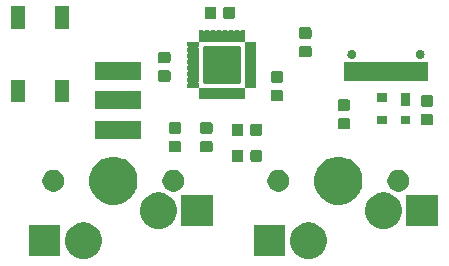
<source format=gbs>
G04 #@! TF.GenerationSoftware,KiCad,Pcbnew,(5.1.5)-3*
G04 #@! TF.CreationDate,2020-04-15T21:27:14-04:00*
G04 #@! TF.ProjectId,binarykb,62696e61-7279-46b6-922e-6b696361645f,rev?*
G04 #@! TF.SameCoordinates,Original*
G04 #@! TF.FileFunction,Soldermask,Bot*
G04 #@! TF.FilePolarity,Negative*
%FSLAX46Y46*%
G04 Gerber Fmt 4.6, Leading zero omitted, Abs format (unit mm)*
G04 Created by KiCad (PCBNEW (5.1.5)-3) date 2020-04-15 21:27:14*
%MOMM*%
%LPD*%
G04 APERTURE LIST*
%ADD10C,0.100000*%
G04 APERTURE END LIST*
D10*
G36*
X68374585Y-136146802D02*
G01*
X68524410Y-136176604D01*
X68806674Y-136293521D01*
X69060705Y-136463259D01*
X69276741Y-136679295D01*
X69446479Y-136933326D01*
X69563396Y-137215590D01*
X69623000Y-137515240D01*
X69623000Y-137820760D01*
X69563396Y-138120410D01*
X69446479Y-138402674D01*
X69276741Y-138656705D01*
X69060705Y-138872741D01*
X68806674Y-139042479D01*
X68524410Y-139159396D01*
X68374585Y-139189198D01*
X68224761Y-139219000D01*
X67919239Y-139219000D01*
X67769415Y-139189198D01*
X67619590Y-139159396D01*
X67337326Y-139042479D01*
X67083295Y-138872741D01*
X66867259Y-138656705D01*
X66697521Y-138402674D01*
X66580604Y-138120410D01*
X66521000Y-137820760D01*
X66521000Y-137515240D01*
X66580604Y-137215590D01*
X66697521Y-136933326D01*
X66867259Y-136679295D01*
X67083295Y-136463259D01*
X67337326Y-136293521D01*
X67619590Y-136176604D01*
X67769415Y-136146802D01*
X67919239Y-136117000D01*
X68224761Y-136117000D01*
X68374585Y-136146802D01*
G37*
G36*
X49324585Y-136146802D02*
G01*
X49474410Y-136176604D01*
X49756674Y-136293521D01*
X50010705Y-136463259D01*
X50226741Y-136679295D01*
X50396479Y-136933326D01*
X50513396Y-137215590D01*
X50573000Y-137515240D01*
X50573000Y-137820760D01*
X50513396Y-138120410D01*
X50396479Y-138402674D01*
X50226741Y-138656705D01*
X50010705Y-138872741D01*
X49756674Y-139042479D01*
X49474410Y-139159396D01*
X49324585Y-139189198D01*
X49174761Y-139219000D01*
X48869239Y-139219000D01*
X48719415Y-139189198D01*
X48569590Y-139159396D01*
X48287326Y-139042479D01*
X48033295Y-138872741D01*
X47817259Y-138656705D01*
X47647521Y-138402674D01*
X47530604Y-138120410D01*
X47471000Y-137820760D01*
X47471000Y-137515240D01*
X47530604Y-137215590D01*
X47647521Y-136933326D01*
X47817259Y-136679295D01*
X48033295Y-136463259D01*
X48287326Y-136293521D01*
X48569590Y-136176604D01*
X48719415Y-136146802D01*
X48869239Y-136117000D01*
X49174761Y-136117000D01*
X49324585Y-136146802D01*
G37*
G36*
X66096000Y-138969000D02*
G01*
X63444000Y-138969000D01*
X63444000Y-136367000D01*
X66096000Y-136367000D01*
X66096000Y-138969000D01*
G37*
G36*
X47046000Y-138969000D02*
G01*
X44394000Y-138969000D01*
X44394000Y-136367000D01*
X47046000Y-136367000D01*
X47046000Y-138969000D01*
G37*
G36*
X55674585Y-133606802D02*
G01*
X55824410Y-133636604D01*
X56106674Y-133753521D01*
X56360705Y-133923259D01*
X56576741Y-134139295D01*
X56746479Y-134393326D01*
X56863396Y-134675590D01*
X56923000Y-134975240D01*
X56923000Y-135280760D01*
X56863396Y-135580410D01*
X56746479Y-135862674D01*
X56576741Y-136116705D01*
X56360705Y-136332741D01*
X56106674Y-136502479D01*
X55824410Y-136619396D01*
X55674585Y-136649198D01*
X55524761Y-136679000D01*
X55219239Y-136679000D01*
X55069415Y-136649198D01*
X54919590Y-136619396D01*
X54637326Y-136502479D01*
X54383295Y-136332741D01*
X54167259Y-136116705D01*
X53997521Y-135862674D01*
X53880604Y-135580410D01*
X53821000Y-135280760D01*
X53821000Y-134975240D01*
X53880604Y-134675590D01*
X53997521Y-134393326D01*
X54167259Y-134139295D01*
X54383295Y-133923259D01*
X54637326Y-133753521D01*
X54919590Y-133636604D01*
X55069415Y-133606802D01*
X55219239Y-133577000D01*
X55524761Y-133577000D01*
X55674585Y-133606802D01*
G37*
G36*
X74724585Y-133606802D02*
G01*
X74874410Y-133636604D01*
X75156674Y-133753521D01*
X75410705Y-133923259D01*
X75626741Y-134139295D01*
X75796479Y-134393326D01*
X75913396Y-134675590D01*
X75973000Y-134975240D01*
X75973000Y-135280760D01*
X75913396Y-135580410D01*
X75796479Y-135862674D01*
X75626741Y-136116705D01*
X75410705Y-136332741D01*
X75156674Y-136502479D01*
X74874410Y-136619396D01*
X74724585Y-136649198D01*
X74574761Y-136679000D01*
X74269239Y-136679000D01*
X74119415Y-136649198D01*
X73969590Y-136619396D01*
X73687326Y-136502479D01*
X73433295Y-136332741D01*
X73217259Y-136116705D01*
X73047521Y-135862674D01*
X72930604Y-135580410D01*
X72871000Y-135280760D01*
X72871000Y-134975240D01*
X72930604Y-134675590D01*
X73047521Y-134393326D01*
X73217259Y-134139295D01*
X73433295Y-133923259D01*
X73687326Y-133753521D01*
X73969590Y-133636604D01*
X74119415Y-133606802D01*
X74269239Y-133577000D01*
X74574761Y-133577000D01*
X74724585Y-133606802D01*
G37*
G36*
X59973000Y-136429000D02*
G01*
X57321000Y-136429000D01*
X57321000Y-133827000D01*
X59973000Y-133827000D01*
X59973000Y-136429000D01*
G37*
G36*
X79023000Y-136429000D02*
G01*
X76371000Y-136429000D01*
X76371000Y-133827000D01*
X79023000Y-133827000D01*
X79023000Y-136429000D01*
G37*
G36*
X52158474Y-130621684D02*
G01*
X52376474Y-130711983D01*
X52530623Y-130775833D01*
X52865548Y-130999623D01*
X53150377Y-131284452D01*
X53374167Y-131619377D01*
X53406562Y-131697586D01*
X53528316Y-131991526D01*
X53606900Y-132386594D01*
X53606900Y-132789406D01*
X53528316Y-133184474D01*
X53477451Y-133307272D01*
X53374167Y-133556623D01*
X53150377Y-133891548D01*
X52865548Y-134176377D01*
X52530623Y-134400167D01*
X52376474Y-134464017D01*
X52158474Y-134554316D01*
X51763406Y-134632900D01*
X51360594Y-134632900D01*
X50965526Y-134554316D01*
X50747526Y-134464017D01*
X50593377Y-134400167D01*
X50258452Y-134176377D01*
X49973623Y-133891548D01*
X49749833Y-133556623D01*
X49646549Y-133307272D01*
X49595684Y-133184474D01*
X49517100Y-132789406D01*
X49517100Y-132386594D01*
X49595684Y-131991526D01*
X49717438Y-131697586D01*
X49749833Y-131619377D01*
X49973623Y-131284452D01*
X50258452Y-130999623D01*
X50593377Y-130775833D01*
X50747526Y-130711983D01*
X50965526Y-130621684D01*
X51360594Y-130543100D01*
X51763406Y-130543100D01*
X52158474Y-130621684D01*
G37*
G36*
X71208474Y-130621684D02*
G01*
X71426474Y-130711983D01*
X71580623Y-130775833D01*
X71915548Y-130999623D01*
X72200377Y-131284452D01*
X72424167Y-131619377D01*
X72456562Y-131697586D01*
X72578316Y-131991526D01*
X72656900Y-132386594D01*
X72656900Y-132789406D01*
X72578316Y-133184474D01*
X72527451Y-133307272D01*
X72424167Y-133556623D01*
X72200377Y-133891548D01*
X71915548Y-134176377D01*
X71580623Y-134400167D01*
X71426474Y-134464017D01*
X71208474Y-134554316D01*
X70813406Y-134632900D01*
X70410594Y-134632900D01*
X70015526Y-134554316D01*
X69797526Y-134464017D01*
X69643377Y-134400167D01*
X69308452Y-134176377D01*
X69023623Y-133891548D01*
X68799833Y-133556623D01*
X68696549Y-133307272D01*
X68645684Y-133184474D01*
X68567100Y-132789406D01*
X68567100Y-132386594D01*
X68645684Y-131991526D01*
X68767438Y-131697586D01*
X68799833Y-131619377D01*
X69023623Y-131284452D01*
X69308452Y-130999623D01*
X69643377Y-130775833D01*
X69797526Y-130711983D01*
X70015526Y-130621684D01*
X70410594Y-130543100D01*
X70813406Y-130543100D01*
X71208474Y-130621684D01*
G37*
G36*
X56912104Y-131697585D02*
G01*
X57080626Y-131767389D01*
X57232291Y-131868728D01*
X57361272Y-131997709D01*
X57462611Y-132149374D01*
X57532415Y-132317896D01*
X57568000Y-132496797D01*
X57568000Y-132679203D01*
X57532415Y-132858104D01*
X57462611Y-133026626D01*
X57361272Y-133178291D01*
X57232291Y-133307272D01*
X57080626Y-133408611D01*
X56912104Y-133478415D01*
X56733203Y-133514000D01*
X56550797Y-133514000D01*
X56371896Y-133478415D01*
X56203374Y-133408611D01*
X56051709Y-133307272D01*
X55922728Y-133178291D01*
X55821389Y-133026626D01*
X55751585Y-132858104D01*
X55716000Y-132679203D01*
X55716000Y-132496797D01*
X55751585Y-132317896D01*
X55821389Y-132149374D01*
X55922728Y-131997709D01*
X56051709Y-131868728D01*
X56203374Y-131767389D01*
X56371896Y-131697585D01*
X56550797Y-131662000D01*
X56733203Y-131662000D01*
X56912104Y-131697585D01*
G37*
G36*
X46752104Y-131697585D02*
G01*
X46920626Y-131767389D01*
X47072291Y-131868728D01*
X47201272Y-131997709D01*
X47302611Y-132149374D01*
X47372415Y-132317896D01*
X47408000Y-132496797D01*
X47408000Y-132679203D01*
X47372415Y-132858104D01*
X47302611Y-133026626D01*
X47201272Y-133178291D01*
X47072291Y-133307272D01*
X46920626Y-133408611D01*
X46752104Y-133478415D01*
X46573203Y-133514000D01*
X46390797Y-133514000D01*
X46211896Y-133478415D01*
X46043374Y-133408611D01*
X45891709Y-133307272D01*
X45762728Y-133178291D01*
X45661389Y-133026626D01*
X45591585Y-132858104D01*
X45556000Y-132679203D01*
X45556000Y-132496797D01*
X45591585Y-132317896D01*
X45661389Y-132149374D01*
X45762728Y-131997709D01*
X45891709Y-131868728D01*
X46043374Y-131767389D01*
X46211896Y-131697585D01*
X46390797Y-131662000D01*
X46573203Y-131662000D01*
X46752104Y-131697585D01*
G37*
G36*
X65802104Y-131697585D02*
G01*
X65970626Y-131767389D01*
X66122291Y-131868728D01*
X66251272Y-131997709D01*
X66352611Y-132149374D01*
X66422415Y-132317896D01*
X66458000Y-132496797D01*
X66458000Y-132679203D01*
X66422415Y-132858104D01*
X66352611Y-133026626D01*
X66251272Y-133178291D01*
X66122291Y-133307272D01*
X65970626Y-133408611D01*
X65802104Y-133478415D01*
X65623203Y-133514000D01*
X65440797Y-133514000D01*
X65261896Y-133478415D01*
X65093374Y-133408611D01*
X64941709Y-133307272D01*
X64812728Y-133178291D01*
X64711389Y-133026626D01*
X64641585Y-132858104D01*
X64606000Y-132679203D01*
X64606000Y-132496797D01*
X64641585Y-132317896D01*
X64711389Y-132149374D01*
X64812728Y-131997709D01*
X64941709Y-131868728D01*
X65093374Y-131767389D01*
X65261896Y-131697585D01*
X65440797Y-131662000D01*
X65623203Y-131662000D01*
X65802104Y-131697585D01*
G37*
G36*
X75962104Y-131697585D02*
G01*
X76130626Y-131767389D01*
X76282291Y-131868728D01*
X76411272Y-131997709D01*
X76512611Y-132149374D01*
X76582415Y-132317896D01*
X76618000Y-132496797D01*
X76618000Y-132679203D01*
X76582415Y-132858104D01*
X76512611Y-133026626D01*
X76411272Y-133178291D01*
X76282291Y-133307272D01*
X76130626Y-133408611D01*
X75962104Y-133478415D01*
X75783203Y-133514000D01*
X75600797Y-133514000D01*
X75421896Y-133478415D01*
X75253374Y-133408611D01*
X75101709Y-133307272D01*
X74972728Y-133178291D01*
X74871389Y-133026626D01*
X74801585Y-132858104D01*
X74766000Y-132679203D01*
X74766000Y-132496797D01*
X74801585Y-132317896D01*
X74871389Y-132149374D01*
X74972728Y-131997709D01*
X75101709Y-131868728D01*
X75253374Y-131767389D01*
X75421896Y-131697585D01*
X75600797Y-131662000D01*
X75783203Y-131662000D01*
X75962104Y-131697585D01*
G37*
G36*
X62427591Y-129951085D02*
G01*
X62461569Y-129961393D01*
X62492890Y-129978134D01*
X62520339Y-130000661D01*
X62542866Y-130028110D01*
X62559607Y-130059431D01*
X62569915Y-130093409D01*
X62574000Y-130134890D01*
X62574000Y-130811110D01*
X62569915Y-130852591D01*
X62559607Y-130886569D01*
X62542866Y-130917890D01*
X62520339Y-130945339D01*
X62492890Y-130967866D01*
X62461569Y-130984607D01*
X62427591Y-130994915D01*
X62386110Y-130999000D01*
X61784890Y-130999000D01*
X61743409Y-130994915D01*
X61709431Y-130984607D01*
X61678110Y-130967866D01*
X61650661Y-130945339D01*
X61628134Y-130917890D01*
X61611393Y-130886569D01*
X61601085Y-130852591D01*
X61597000Y-130811110D01*
X61597000Y-130134890D01*
X61601085Y-130093409D01*
X61611393Y-130059431D01*
X61628134Y-130028110D01*
X61650661Y-130000661D01*
X61678110Y-129978134D01*
X61709431Y-129961393D01*
X61743409Y-129951085D01*
X61784890Y-129947000D01*
X62386110Y-129947000D01*
X62427591Y-129951085D01*
G37*
G36*
X64002591Y-129951085D02*
G01*
X64036569Y-129961393D01*
X64067890Y-129978134D01*
X64095339Y-130000661D01*
X64117866Y-130028110D01*
X64134607Y-130059431D01*
X64144915Y-130093409D01*
X64149000Y-130134890D01*
X64149000Y-130811110D01*
X64144915Y-130852591D01*
X64134607Y-130886569D01*
X64117866Y-130917890D01*
X64095339Y-130945339D01*
X64067890Y-130967866D01*
X64036569Y-130984607D01*
X64002591Y-130994915D01*
X63961110Y-130999000D01*
X63359890Y-130999000D01*
X63318409Y-130994915D01*
X63284431Y-130984607D01*
X63253110Y-130967866D01*
X63225661Y-130945339D01*
X63203134Y-130917890D01*
X63186393Y-130886569D01*
X63176085Y-130852591D01*
X63172000Y-130811110D01*
X63172000Y-130134890D01*
X63176085Y-130093409D01*
X63186393Y-130059431D01*
X63203134Y-130028110D01*
X63225661Y-130000661D01*
X63253110Y-129978134D01*
X63284431Y-129961393D01*
X63318409Y-129951085D01*
X63359890Y-129947000D01*
X63961110Y-129947000D01*
X64002591Y-129951085D01*
G37*
G36*
X57152591Y-129208085D02*
G01*
X57186569Y-129218393D01*
X57217890Y-129235134D01*
X57245339Y-129257661D01*
X57267866Y-129285110D01*
X57284607Y-129316431D01*
X57294915Y-129350409D01*
X57299000Y-129391890D01*
X57299000Y-129993110D01*
X57294915Y-130034591D01*
X57284607Y-130068569D01*
X57267866Y-130099890D01*
X57245339Y-130127339D01*
X57217890Y-130149866D01*
X57186569Y-130166607D01*
X57152591Y-130176915D01*
X57111110Y-130181000D01*
X56434890Y-130181000D01*
X56393409Y-130176915D01*
X56359431Y-130166607D01*
X56328110Y-130149866D01*
X56300661Y-130127339D01*
X56278134Y-130099890D01*
X56261393Y-130068569D01*
X56251085Y-130034591D01*
X56247000Y-129993110D01*
X56247000Y-129391890D01*
X56251085Y-129350409D01*
X56261393Y-129316431D01*
X56278134Y-129285110D01*
X56300661Y-129257661D01*
X56328110Y-129235134D01*
X56359431Y-129218393D01*
X56393409Y-129208085D01*
X56434890Y-129204000D01*
X57111110Y-129204000D01*
X57152591Y-129208085D01*
G37*
G36*
X59815591Y-129208085D02*
G01*
X59849569Y-129218393D01*
X59880890Y-129235134D01*
X59908339Y-129257661D01*
X59930866Y-129285110D01*
X59947607Y-129316431D01*
X59957915Y-129350409D01*
X59962000Y-129391890D01*
X59962000Y-129993110D01*
X59957915Y-130034591D01*
X59947607Y-130068569D01*
X59930866Y-130099890D01*
X59908339Y-130127339D01*
X59880890Y-130149866D01*
X59849569Y-130166607D01*
X59815591Y-130176915D01*
X59774110Y-130181000D01*
X59097890Y-130181000D01*
X59056409Y-130176915D01*
X59022431Y-130166607D01*
X58991110Y-130149866D01*
X58963661Y-130127339D01*
X58941134Y-130099890D01*
X58924393Y-130068569D01*
X58914085Y-130034591D01*
X58910000Y-129993110D01*
X58910000Y-129391890D01*
X58914085Y-129350409D01*
X58924393Y-129316431D01*
X58941134Y-129285110D01*
X58963661Y-129257661D01*
X58991110Y-129235134D01*
X59022431Y-129218393D01*
X59056409Y-129208085D01*
X59097890Y-129204000D01*
X59774110Y-129204000D01*
X59815591Y-129208085D01*
G37*
G36*
X53924000Y-129024000D02*
G01*
X50022000Y-129024000D01*
X50022000Y-127522000D01*
X53924000Y-127522000D01*
X53924000Y-129024000D01*
G37*
G36*
X63994591Y-127748085D02*
G01*
X64028569Y-127758393D01*
X64059890Y-127775134D01*
X64087339Y-127797661D01*
X64109866Y-127825110D01*
X64126607Y-127856431D01*
X64136915Y-127890409D01*
X64141000Y-127931890D01*
X64141000Y-128608110D01*
X64136915Y-128649591D01*
X64126607Y-128683569D01*
X64109866Y-128714890D01*
X64087339Y-128742339D01*
X64059890Y-128764866D01*
X64028569Y-128781607D01*
X63994591Y-128791915D01*
X63953110Y-128796000D01*
X63351890Y-128796000D01*
X63310409Y-128791915D01*
X63276431Y-128781607D01*
X63245110Y-128764866D01*
X63217661Y-128742339D01*
X63195134Y-128714890D01*
X63178393Y-128683569D01*
X63168085Y-128649591D01*
X63164000Y-128608110D01*
X63164000Y-127931890D01*
X63168085Y-127890409D01*
X63178393Y-127856431D01*
X63195134Y-127825110D01*
X63217661Y-127797661D01*
X63245110Y-127775134D01*
X63276431Y-127758393D01*
X63310409Y-127748085D01*
X63351890Y-127744000D01*
X63953110Y-127744000D01*
X63994591Y-127748085D01*
G37*
G36*
X62419591Y-127748085D02*
G01*
X62453569Y-127758393D01*
X62484890Y-127775134D01*
X62512339Y-127797661D01*
X62534866Y-127825110D01*
X62551607Y-127856431D01*
X62561915Y-127890409D01*
X62566000Y-127931890D01*
X62566000Y-128608110D01*
X62561915Y-128649591D01*
X62551607Y-128683569D01*
X62534866Y-128714890D01*
X62512339Y-128742339D01*
X62484890Y-128764866D01*
X62453569Y-128781607D01*
X62419591Y-128791915D01*
X62378110Y-128796000D01*
X61776890Y-128796000D01*
X61735409Y-128791915D01*
X61701431Y-128781607D01*
X61670110Y-128764866D01*
X61642661Y-128742339D01*
X61620134Y-128714890D01*
X61603393Y-128683569D01*
X61593085Y-128649591D01*
X61589000Y-128608110D01*
X61589000Y-127931890D01*
X61593085Y-127890409D01*
X61603393Y-127856431D01*
X61620134Y-127825110D01*
X61642661Y-127797661D01*
X61670110Y-127775134D01*
X61701431Y-127758393D01*
X61735409Y-127748085D01*
X61776890Y-127744000D01*
X62378110Y-127744000D01*
X62419591Y-127748085D01*
G37*
G36*
X59815591Y-127633085D02*
G01*
X59849569Y-127643393D01*
X59880890Y-127660134D01*
X59908339Y-127682661D01*
X59930866Y-127710110D01*
X59947607Y-127741431D01*
X59957915Y-127775409D01*
X59962000Y-127816890D01*
X59962000Y-128418110D01*
X59957915Y-128459591D01*
X59947607Y-128493569D01*
X59930866Y-128524890D01*
X59908339Y-128552339D01*
X59880890Y-128574866D01*
X59849569Y-128591607D01*
X59815591Y-128601915D01*
X59774110Y-128606000D01*
X59097890Y-128606000D01*
X59056409Y-128601915D01*
X59022431Y-128591607D01*
X58991110Y-128574866D01*
X58963661Y-128552339D01*
X58941134Y-128524890D01*
X58924393Y-128493569D01*
X58914085Y-128459591D01*
X58910000Y-128418110D01*
X58910000Y-127816890D01*
X58914085Y-127775409D01*
X58924393Y-127741431D01*
X58941134Y-127710110D01*
X58963661Y-127682661D01*
X58991110Y-127660134D01*
X59022431Y-127643393D01*
X59056409Y-127633085D01*
X59097890Y-127629000D01*
X59774110Y-127629000D01*
X59815591Y-127633085D01*
G37*
G36*
X57152591Y-127633085D02*
G01*
X57186569Y-127643393D01*
X57217890Y-127660134D01*
X57245339Y-127682661D01*
X57267866Y-127710110D01*
X57284607Y-127741431D01*
X57294915Y-127775409D01*
X57299000Y-127816890D01*
X57299000Y-128418110D01*
X57294915Y-128459591D01*
X57284607Y-128493569D01*
X57267866Y-128524890D01*
X57245339Y-128552339D01*
X57217890Y-128574866D01*
X57186569Y-128591607D01*
X57152591Y-128601915D01*
X57111110Y-128606000D01*
X56434890Y-128606000D01*
X56393409Y-128601915D01*
X56359431Y-128591607D01*
X56328110Y-128574866D01*
X56300661Y-128552339D01*
X56278134Y-128524890D01*
X56261393Y-128493569D01*
X56251085Y-128459591D01*
X56247000Y-128418110D01*
X56247000Y-127816890D01*
X56251085Y-127775409D01*
X56261393Y-127741431D01*
X56278134Y-127710110D01*
X56300661Y-127682661D01*
X56328110Y-127660134D01*
X56359431Y-127643393D01*
X56393409Y-127633085D01*
X56434890Y-127629000D01*
X57111110Y-127629000D01*
X57152591Y-127633085D01*
G37*
G36*
X71452591Y-127276085D02*
G01*
X71486569Y-127286393D01*
X71517890Y-127303134D01*
X71545339Y-127325661D01*
X71567866Y-127353110D01*
X71584607Y-127384431D01*
X71594915Y-127418409D01*
X71599000Y-127459890D01*
X71599000Y-128061110D01*
X71594915Y-128102591D01*
X71584607Y-128136569D01*
X71567866Y-128167890D01*
X71545339Y-128195339D01*
X71517890Y-128217866D01*
X71486569Y-128234607D01*
X71452591Y-128244915D01*
X71411110Y-128249000D01*
X70734890Y-128249000D01*
X70693409Y-128244915D01*
X70659431Y-128234607D01*
X70628110Y-128217866D01*
X70600661Y-128195339D01*
X70578134Y-128167890D01*
X70561393Y-128136569D01*
X70551085Y-128102591D01*
X70547000Y-128061110D01*
X70547000Y-127459890D01*
X70551085Y-127418409D01*
X70561393Y-127384431D01*
X70578134Y-127353110D01*
X70600661Y-127325661D01*
X70628110Y-127303134D01*
X70659431Y-127286393D01*
X70693409Y-127276085D01*
X70734890Y-127272000D01*
X71411110Y-127272000D01*
X71452591Y-127276085D01*
G37*
G36*
X78484591Y-126922085D02*
G01*
X78518569Y-126932393D01*
X78549890Y-126949134D01*
X78577339Y-126971661D01*
X78599866Y-126999110D01*
X78616607Y-127030431D01*
X78626915Y-127064409D01*
X78631000Y-127105890D01*
X78631000Y-127707110D01*
X78626915Y-127748591D01*
X78616607Y-127782569D01*
X78599866Y-127813890D01*
X78577339Y-127841339D01*
X78549890Y-127863866D01*
X78518569Y-127880607D01*
X78484591Y-127890915D01*
X78443110Y-127895000D01*
X77766890Y-127895000D01*
X77725409Y-127890915D01*
X77691431Y-127880607D01*
X77660110Y-127863866D01*
X77632661Y-127841339D01*
X77610134Y-127813890D01*
X77593393Y-127782569D01*
X77583085Y-127748591D01*
X77579000Y-127707110D01*
X77579000Y-127105890D01*
X77583085Y-127064409D01*
X77593393Y-127030431D01*
X77610134Y-126999110D01*
X77632661Y-126971661D01*
X77660110Y-126949134D01*
X77691431Y-126932393D01*
X77725409Y-126922085D01*
X77766890Y-126918000D01*
X78443110Y-126918000D01*
X78484591Y-126922085D01*
G37*
G36*
X74712000Y-127793000D02*
G01*
X73910000Y-127793000D01*
X73910000Y-127091000D01*
X74712000Y-127091000D01*
X74712000Y-127793000D01*
G37*
G36*
X76712000Y-127793000D02*
G01*
X75910000Y-127793000D01*
X75910000Y-127091000D01*
X76712000Y-127091000D01*
X76712000Y-127793000D01*
G37*
G36*
X71452591Y-125701085D02*
G01*
X71486569Y-125711393D01*
X71517890Y-125728134D01*
X71545339Y-125750661D01*
X71567866Y-125778110D01*
X71584607Y-125809431D01*
X71594915Y-125843409D01*
X71599000Y-125884890D01*
X71599000Y-126486110D01*
X71594915Y-126527591D01*
X71584607Y-126561569D01*
X71567866Y-126592890D01*
X71545339Y-126620339D01*
X71517890Y-126642866D01*
X71486569Y-126659607D01*
X71452591Y-126669915D01*
X71411110Y-126674000D01*
X70734890Y-126674000D01*
X70693409Y-126669915D01*
X70659431Y-126659607D01*
X70628110Y-126642866D01*
X70600661Y-126620339D01*
X70578134Y-126592890D01*
X70561393Y-126561569D01*
X70551085Y-126527591D01*
X70547000Y-126486110D01*
X70547000Y-125884890D01*
X70551085Y-125843409D01*
X70561393Y-125809431D01*
X70578134Y-125778110D01*
X70600661Y-125750661D01*
X70628110Y-125728134D01*
X70659431Y-125711393D01*
X70693409Y-125701085D01*
X70734890Y-125697000D01*
X71411110Y-125697000D01*
X71452591Y-125701085D01*
G37*
G36*
X53924000Y-126524000D02*
G01*
X50022000Y-126524000D01*
X50022000Y-125022000D01*
X53924000Y-125022000D01*
X53924000Y-126524000D01*
G37*
G36*
X78484591Y-125347085D02*
G01*
X78518569Y-125357393D01*
X78549890Y-125374134D01*
X78577339Y-125396661D01*
X78599866Y-125424110D01*
X78616607Y-125455431D01*
X78626915Y-125489409D01*
X78631000Y-125530890D01*
X78631000Y-126132110D01*
X78626915Y-126173591D01*
X78616607Y-126207569D01*
X78599866Y-126238890D01*
X78577339Y-126266339D01*
X78549890Y-126288866D01*
X78518569Y-126305607D01*
X78484591Y-126315915D01*
X78443110Y-126320000D01*
X77766890Y-126320000D01*
X77725409Y-126315915D01*
X77691431Y-126305607D01*
X77660110Y-126288866D01*
X77632661Y-126266339D01*
X77610134Y-126238890D01*
X77593393Y-126207569D01*
X77583085Y-126173591D01*
X77579000Y-126132110D01*
X77579000Y-125530890D01*
X77583085Y-125489409D01*
X77593393Y-125455431D01*
X77610134Y-125424110D01*
X77632661Y-125396661D01*
X77660110Y-125374134D01*
X77691431Y-125357393D01*
X77725409Y-125347085D01*
X77766890Y-125343000D01*
X78443110Y-125343000D01*
X78484591Y-125347085D01*
G37*
G36*
X76712000Y-126293000D02*
G01*
X75910000Y-126293000D01*
X75910000Y-125191000D01*
X76712000Y-125191000D01*
X76712000Y-126293000D01*
G37*
G36*
X44124000Y-125924000D02*
G01*
X42922000Y-125924000D01*
X42922000Y-124022000D01*
X44124000Y-124022000D01*
X44124000Y-125924000D01*
G37*
G36*
X47824000Y-125924000D02*
G01*
X46622000Y-125924000D01*
X46622000Y-124022000D01*
X47824000Y-124022000D01*
X47824000Y-125924000D01*
G37*
G36*
X74712000Y-125893000D02*
G01*
X73910000Y-125893000D01*
X73910000Y-125191000D01*
X74712000Y-125191000D01*
X74712000Y-125893000D01*
G37*
G36*
X65784591Y-124890085D02*
G01*
X65818569Y-124900393D01*
X65849890Y-124917134D01*
X65877339Y-124939661D01*
X65899866Y-124967110D01*
X65916607Y-124998431D01*
X65926915Y-125032409D01*
X65931000Y-125073890D01*
X65931000Y-125675110D01*
X65926915Y-125716591D01*
X65916607Y-125750569D01*
X65899866Y-125781890D01*
X65877339Y-125809339D01*
X65849890Y-125831866D01*
X65818569Y-125848607D01*
X65784591Y-125858915D01*
X65743110Y-125863000D01*
X65066890Y-125863000D01*
X65025409Y-125858915D01*
X64991431Y-125848607D01*
X64960110Y-125831866D01*
X64932661Y-125809339D01*
X64910134Y-125781890D01*
X64893393Y-125750569D01*
X64883085Y-125716591D01*
X64879000Y-125675110D01*
X64879000Y-125073890D01*
X64883085Y-125032409D01*
X64893393Y-124998431D01*
X64910134Y-124967110D01*
X64932661Y-124939661D01*
X64960110Y-124917134D01*
X64991431Y-124900393D01*
X65025409Y-124890085D01*
X65066890Y-124886000D01*
X65743110Y-124886000D01*
X65784591Y-124890085D01*
G37*
G36*
X59160855Y-119852333D02*
G01*
X59165529Y-119853751D01*
X59169830Y-119856050D01*
X59176202Y-119861279D01*
X59196576Y-119874893D01*
X59219215Y-119884270D01*
X59243249Y-119889050D01*
X59267753Y-119889050D01*
X59291786Y-119884269D01*
X59314425Y-119874892D01*
X59334798Y-119861279D01*
X59341170Y-119856050D01*
X59345471Y-119853751D01*
X59350145Y-119852333D01*
X59361141Y-119851250D01*
X59649859Y-119851250D01*
X59660855Y-119852333D01*
X59665529Y-119853751D01*
X59669830Y-119856050D01*
X59676202Y-119861279D01*
X59696576Y-119874893D01*
X59719215Y-119884270D01*
X59743249Y-119889050D01*
X59767753Y-119889050D01*
X59791786Y-119884269D01*
X59814425Y-119874892D01*
X59834798Y-119861279D01*
X59841170Y-119856050D01*
X59845471Y-119853751D01*
X59850145Y-119852333D01*
X59861141Y-119851250D01*
X60149859Y-119851250D01*
X60160855Y-119852333D01*
X60165529Y-119853751D01*
X60169830Y-119856050D01*
X60176202Y-119861279D01*
X60196576Y-119874893D01*
X60219215Y-119884270D01*
X60243249Y-119889050D01*
X60267753Y-119889050D01*
X60291786Y-119884269D01*
X60314425Y-119874892D01*
X60334798Y-119861279D01*
X60341170Y-119856050D01*
X60345471Y-119853751D01*
X60350145Y-119852333D01*
X60361141Y-119851250D01*
X60649859Y-119851250D01*
X60660855Y-119852333D01*
X60665529Y-119853751D01*
X60669830Y-119856050D01*
X60676202Y-119861279D01*
X60696576Y-119874893D01*
X60719215Y-119884270D01*
X60743249Y-119889050D01*
X60767753Y-119889050D01*
X60791786Y-119884269D01*
X60814425Y-119874892D01*
X60834798Y-119861279D01*
X60841170Y-119856050D01*
X60845471Y-119853751D01*
X60850145Y-119852333D01*
X60861141Y-119851250D01*
X61149859Y-119851250D01*
X61160855Y-119852333D01*
X61165529Y-119853751D01*
X61169830Y-119856050D01*
X61176202Y-119861279D01*
X61196576Y-119874893D01*
X61219215Y-119884270D01*
X61243249Y-119889050D01*
X61267753Y-119889050D01*
X61291786Y-119884269D01*
X61314425Y-119874892D01*
X61334798Y-119861279D01*
X61341170Y-119856050D01*
X61345471Y-119853751D01*
X61350145Y-119852333D01*
X61361141Y-119851250D01*
X61649859Y-119851250D01*
X61660855Y-119852333D01*
X61665529Y-119853751D01*
X61669830Y-119856050D01*
X61676202Y-119861279D01*
X61696576Y-119874893D01*
X61719215Y-119884270D01*
X61743249Y-119889050D01*
X61767753Y-119889050D01*
X61791786Y-119884269D01*
X61814425Y-119874892D01*
X61834798Y-119861279D01*
X61841170Y-119856050D01*
X61845471Y-119853751D01*
X61850145Y-119852333D01*
X61861141Y-119851250D01*
X62149859Y-119851250D01*
X62160855Y-119852333D01*
X62165529Y-119853751D01*
X62169830Y-119856050D01*
X62176202Y-119861279D01*
X62196576Y-119874893D01*
X62219215Y-119884270D01*
X62243249Y-119889050D01*
X62267753Y-119889050D01*
X62291786Y-119884269D01*
X62314425Y-119874892D01*
X62334798Y-119861279D01*
X62341170Y-119856050D01*
X62345471Y-119853751D01*
X62350145Y-119852333D01*
X62361141Y-119851250D01*
X62649859Y-119851250D01*
X62660855Y-119852333D01*
X62665529Y-119853751D01*
X62669831Y-119856050D01*
X62673604Y-119859146D01*
X62676700Y-119862919D01*
X62678999Y-119867221D01*
X62680417Y-119871895D01*
X62681500Y-119882891D01*
X62681500Y-120726251D01*
X62683902Y-120750637D01*
X62691015Y-120774086D01*
X62702566Y-120795697D01*
X62718111Y-120814639D01*
X62737053Y-120830184D01*
X62758664Y-120841735D01*
X62782113Y-120848848D01*
X62806499Y-120851250D01*
X63649859Y-120851250D01*
X63660855Y-120852333D01*
X63665529Y-120853751D01*
X63669831Y-120856050D01*
X63673604Y-120859146D01*
X63676700Y-120862919D01*
X63678999Y-120867221D01*
X63680417Y-120871895D01*
X63681500Y-120882891D01*
X63681500Y-121171609D01*
X63680417Y-121182605D01*
X63678999Y-121187279D01*
X63676700Y-121191580D01*
X63671471Y-121197952D01*
X63657857Y-121218326D01*
X63648480Y-121240965D01*
X63643700Y-121264999D01*
X63643700Y-121289503D01*
X63648481Y-121313536D01*
X63657858Y-121336175D01*
X63671471Y-121356548D01*
X63676700Y-121362920D01*
X63678999Y-121367221D01*
X63680417Y-121371895D01*
X63681500Y-121382891D01*
X63681500Y-121671609D01*
X63680417Y-121682605D01*
X63678999Y-121687279D01*
X63676700Y-121691580D01*
X63671471Y-121697952D01*
X63657857Y-121718326D01*
X63648480Y-121740965D01*
X63643700Y-121764999D01*
X63643700Y-121789503D01*
X63648481Y-121813536D01*
X63657858Y-121836175D01*
X63671471Y-121856548D01*
X63676700Y-121862920D01*
X63678999Y-121867221D01*
X63680417Y-121871895D01*
X63681500Y-121882891D01*
X63681500Y-122171609D01*
X63680417Y-122182605D01*
X63678999Y-122187279D01*
X63676700Y-122191580D01*
X63671471Y-122197952D01*
X63657857Y-122218326D01*
X63648480Y-122240965D01*
X63643700Y-122264999D01*
X63643700Y-122289503D01*
X63648481Y-122313536D01*
X63657858Y-122336175D01*
X63671471Y-122356548D01*
X63676700Y-122362920D01*
X63678999Y-122367221D01*
X63680417Y-122371895D01*
X63681500Y-122382891D01*
X63681500Y-122671609D01*
X63680417Y-122682605D01*
X63678999Y-122687279D01*
X63676700Y-122691580D01*
X63671471Y-122697952D01*
X63657857Y-122718326D01*
X63648480Y-122740965D01*
X63643700Y-122764999D01*
X63643700Y-122789503D01*
X63648481Y-122813536D01*
X63657858Y-122836175D01*
X63671471Y-122856548D01*
X63676700Y-122862920D01*
X63678999Y-122867221D01*
X63680417Y-122871895D01*
X63681500Y-122882891D01*
X63681500Y-123171609D01*
X63680417Y-123182605D01*
X63678999Y-123187279D01*
X63676700Y-123191580D01*
X63671471Y-123197952D01*
X63657857Y-123218326D01*
X63648480Y-123240965D01*
X63643700Y-123264999D01*
X63643700Y-123289503D01*
X63648481Y-123313536D01*
X63657858Y-123336175D01*
X63671471Y-123356548D01*
X63676700Y-123362920D01*
X63678999Y-123367221D01*
X63680417Y-123371895D01*
X63681500Y-123382891D01*
X63681500Y-123671609D01*
X63680417Y-123682605D01*
X63678999Y-123687279D01*
X63676700Y-123691580D01*
X63671471Y-123697952D01*
X63657857Y-123718326D01*
X63648480Y-123740965D01*
X63643700Y-123764999D01*
X63643700Y-123789503D01*
X63648481Y-123813536D01*
X63657858Y-123836175D01*
X63671471Y-123856548D01*
X63676700Y-123862920D01*
X63678999Y-123867221D01*
X63680417Y-123871895D01*
X63681500Y-123882891D01*
X63681500Y-124171609D01*
X63680417Y-124182605D01*
X63678999Y-124187279D01*
X63676700Y-124191580D01*
X63671471Y-124197952D01*
X63657857Y-124218326D01*
X63648480Y-124240965D01*
X63643700Y-124264999D01*
X63643700Y-124289503D01*
X63648481Y-124313536D01*
X63657858Y-124336175D01*
X63671471Y-124356548D01*
X63676700Y-124362920D01*
X63678999Y-124367221D01*
X63680417Y-124371895D01*
X63681500Y-124382891D01*
X63681500Y-124671609D01*
X63680417Y-124682605D01*
X63678999Y-124687279D01*
X63676700Y-124691581D01*
X63673604Y-124695354D01*
X63669831Y-124698450D01*
X63665529Y-124700749D01*
X63660855Y-124702167D01*
X63649859Y-124703250D01*
X62806499Y-124703250D01*
X62782113Y-124705652D01*
X62758664Y-124712765D01*
X62737053Y-124724316D01*
X62718111Y-124739861D01*
X62702566Y-124758803D01*
X62691015Y-124780414D01*
X62683902Y-124803863D01*
X62681500Y-124828249D01*
X62681500Y-125671609D01*
X62680417Y-125682605D01*
X62678999Y-125687279D01*
X62676700Y-125691581D01*
X62673604Y-125695354D01*
X62669831Y-125698450D01*
X62665529Y-125700749D01*
X62660855Y-125702167D01*
X62649859Y-125703250D01*
X62361141Y-125703250D01*
X62350145Y-125702167D01*
X62345471Y-125700749D01*
X62341170Y-125698450D01*
X62334798Y-125693221D01*
X62314424Y-125679607D01*
X62291785Y-125670230D01*
X62267751Y-125665450D01*
X62243247Y-125665450D01*
X62219214Y-125670231D01*
X62196575Y-125679608D01*
X62176202Y-125693221D01*
X62169830Y-125698450D01*
X62165529Y-125700749D01*
X62160855Y-125702167D01*
X62149859Y-125703250D01*
X61861141Y-125703250D01*
X61850145Y-125702167D01*
X61845471Y-125700749D01*
X61841170Y-125698450D01*
X61834798Y-125693221D01*
X61814424Y-125679607D01*
X61791785Y-125670230D01*
X61767751Y-125665450D01*
X61743247Y-125665450D01*
X61719214Y-125670231D01*
X61696575Y-125679608D01*
X61676202Y-125693221D01*
X61669830Y-125698450D01*
X61665529Y-125700749D01*
X61660855Y-125702167D01*
X61649859Y-125703250D01*
X61361141Y-125703250D01*
X61350145Y-125702167D01*
X61345471Y-125700749D01*
X61341170Y-125698450D01*
X61334798Y-125693221D01*
X61314424Y-125679607D01*
X61291785Y-125670230D01*
X61267751Y-125665450D01*
X61243247Y-125665450D01*
X61219214Y-125670231D01*
X61196575Y-125679608D01*
X61176202Y-125693221D01*
X61169830Y-125698450D01*
X61165529Y-125700749D01*
X61160855Y-125702167D01*
X61149859Y-125703250D01*
X60861141Y-125703250D01*
X60850145Y-125702167D01*
X60845471Y-125700749D01*
X60841170Y-125698450D01*
X60834798Y-125693221D01*
X60814424Y-125679607D01*
X60791785Y-125670230D01*
X60767751Y-125665450D01*
X60743247Y-125665450D01*
X60719214Y-125670231D01*
X60696575Y-125679608D01*
X60676202Y-125693221D01*
X60669830Y-125698450D01*
X60665529Y-125700749D01*
X60660855Y-125702167D01*
X60649859Y-125703250D01*
X60361141Y-125703250D01*
X60350145Y-125702167D01*
X60345471Y-125700749D01*
X60341170Y-125698450D01*
X60334798Y-125693221D01*
X60314424Y-125679607D01*
X60291785Y-125670230D01*
X60267751Y-125665450D01*
X60243247Y-125665450D01*
X60219214Y-125670231D01*
X60196575Y-125679608D01*
X60176202Y-125693221D01*
X60169830Y-125698450D01*
X60165529Y-125700749D01*
X60160855Y-125702167D01*
X60149859Y-125703250D01*
X59861141Y-125703250D01*
X59850145Y-125702167D01*
X59845471Y-125700749D01*
X59841170Y-125698450D01*
X59834798Y-125693221D01*
X59814424Y-125679607D01*
X59791785Y-125670230D01*
X59767751Y-125665450D01*
X59743247Y-125665450D01*
X59719214Y-125670231D01*
X59696575Y-125679608D01*
X59676202Y-125693221D01*
X59669830Y-125698450D01*
X59665529Y-125700749D01*
X59660855Y-125702167D01*
X59649859Y-125703250D01*
X59361141Y-125703250D01*
X59350145Y-125702167D01*
X59345471Y-125700749D01*
X59341170Y-125698450D01*
X59334798Y-125693221D01*
X59314424Y-125679607D01*
X59291785Y-125670230D01*
X59267751Y-125665450D01*
X59243247Y-125665450D01*
X59219214Y-125670231D01*
X59196575Y-125679608D01*
X59176202Y-125693221D01*
X59169830Y-125698450D01*
X59165529Y-125700749D01*
X59160855Y-125702167D01*
X59149859Y-125703250D01*
X58861141Y-125703250D01*
X58850145Y-125702167D01*
X58845471Y-125700749D01*
X58841169Y-125698450D01*
X58837396Y-125695354D01*
X58834300Y-125691581D01*
X58832001Y-125687279D01*
X58830583Y-125682605D01*
X58829500Y-125671609D01*
X58829500Y-124828249D01*
X58827098Y-124803863D01*
X58819985Y-124780414D01*
X58808434Y-124758803D01*
X58792889Y-124739861D01*
X58773947Y-124724316D01*
X58752336Y-124712765D01*
X58728887Y-124705652D01*
X58704501Y-124703250D01*
X57861141Y-124703250D01*
X57850145Y-124702167D01*
X57845471Y-124700749D01*
X57841169Y-124698450D01*
X57837396Y-124695354D01*
X57834300Y-124691581D01*
X57832001Y-124687279D01*
X57830583Y-124682605D01*
X57829500Y-124671609D01*
X57829500Y-124382891D01*
X57830583Y-124371895D01*
X57832001Y-124367221D01*
X57834300Y-124362920D01*
X57839529Y-124356548D01*
X57853143Y-124336174D01*
X57862520Y-124313535D01*
X57867300Y-124289501D01*
X57867300Y-124264997D01*
X57862519Y-124240964D01*
X57853142Y-124218325D01*
X57839529Y-124197952D01*
X57834300Y-124191580D01*
X57832001Y-124187279D01*
X57830583Y-124182605D01*
X57829500Y-124171609D01*
X57829500Y-123882891D01*
X57830583Y-123871895D01*
X57832001Y-123867221D01*
X57834300Y-123862920D01*
X57839529Y-123856548D01*
X57853143Y-123836174D01*
X57862520Y-123813535D01*
X57867300Y-123789501D01*
X57867300Y-123764997D01*
X57862519Y-123740964D01*
X57853142Y-123718325D01*
X57839529Y-123697952D01*
X57834300Y-123691580D01*
X57832001Y-123687279D01*
X57830583Y-123682605D01*
X57829500Y-123671609D01*
X57829500Y-123382891D01*
X57830583Y-123371895D01*
X57832001Y-123367221D01*
X57834300Y-123362920D01*
X57839529Y-123356548D01*
X57853143Y-123336174D01*
X57862520Y-123313535D01*
X57867300Y-123289501D01*
X57867300Y-123264997D01*
X57862519Y-123240964D01*
X57853142Y-123218325D01*
X57839529Y-123197952D01*
X57834300Y-123191580D01*
X57832001Y-123187279D01*
X57830583Y-123182605D01*
X57829500Y-123171609D01*
X57829500Y-122882891D01*
X57830583Y-122871895D01*
X57832001Y-122867221D01*
X57834300Y-122862920D01*
X57839529Y-122856548D01*
X57853143Y-122836174D01*
X57862520Y-122813535D01*
X57867300Y-122789501D01*
X57867300Y-122764997D01*
X57862519Y-122740964D01*
X57853142Y-122718325D01*
X57839529Y-122697952D01*
X57834300Y-122691580D01*
X57832001Y-122687279D01*
X57830583Y-122682605D01*
X57829500Y-122671609D01*
X57829500Y-122382891D01*
X57830583Y-122371895D01*
X57832001Y-122367221D01*
X57834300Y-122362920D01*
X57839529Y-122356548D01*
X57853143Y-122336174D01*
X57862520Y-122313535D01*
X57867300Y-122289501D01*
X57867300Y-122264997D01*
X57862519Y-122240964D01*
X57853142Y-122218325D01*
X57839529Y-122197952D01*
X57834300Y-122191580D01*
X57832001Y-122187279D01*
X57830583Y-122182605D01*
X57829500Y-122171609D01*
X57829500Y-121882891D01*
X57830583Y-121871895D01*
X57832001Y-121867221D01*
X57834300Y-121862920D01*
X57839529Y-121856548D01*
X57853143Y-121836174D01*
X57862520Y-121813535D01*
X57867300Y-121789501D01*
X57867300Y-121764997D01*
X57862519Y-121740964D01*
X57853142Y-121718325D01*
X57839529Y-121697952D01*
X57834300Y-121691580D01*
X57832001Y-121687279D01*
X57830583Y-121682605D01*
X57829500Y-121671609D01*
X57829500Y-121382891D01*
X57830583Y-121371895D01*
X57832001Y-121367221D01*
X57834300Y-121362920D01*
X57839529Y-121356548D01*
X57853143Y-121336174D01*
X57862520Y-121313535D01*
X57867300Y-121289501D01*
X57867300Y-121264999D01*
X58768700Y-121264999D01*
X58768700Y-121289503D01*
X58773481Y-121313536D01*
X58782858Y-121336175D01*
X58796471Y-121356548D01*
X58801700Y-121362920D01*
X58803999Y-121367221D01*
X58805417Y-121371895D01*
X58806500Y-121382891D01*
X58806500Y-121671609D01*
X58805417Y-121682605D01*
X58803999Y-121687279D01*
X58801700Y-121691580D01*
X58796471Y-121697952D01*
X58782857Y-121718326D01*
X58773480Y-121740965D01*
X58768700Y-121764999D01*
X58768700Y-121789503D01*
X58773481Y-121813536D01*
X58782858Y-121836175D01*
X58796471Y-121856548D01*
X58801700Y-121862920D01*
X58803999Y-121867221D01*
X58805417Y-121871895D01*
X58806500Y-121882891D01*
X58806500Y-122171609D01*
X58805417Y-122182605D01*
X58803999Y-122187279D01*
X58801700Y-122191580D01*
X58796471Y-122197952D01*
X58782857Y-122218326D01*
X58773480Y-122240965D01*
X58768700Y-122264999D01*
X58768700Y-122289503D01*
X58773481Y-122313536D01*
X58782858Y-122336175D01*
X58796471Y-122356548D01*
X58801700Y-122362920D01*
X58803999Y-122367221D01*
X58805417Y-122371895D01*
X58806500Y-122382891D01*
X58806500Y-122671609D01*
X58805417Y-122682605D01*
X58803999Y-122687279D01*
X58801700Y-122691580D01*
X58796471Y-122697952D01*
X58782857Y-122718326D01*
X58773480Y-122740965D01*
X58768700Y-122764999D01*
X58768700Y-122789503D01*
X58773481Y-122813536D01*
X58782858Y-122836175D01*
X58796471Y-122856548D01*
X58801700Y-122862920D01*
X58803999Y-122867221D01*
X58805417Y-122871895D01*
X58806500Y-122882891D01*
X58806500Y-123171609D01*
X58805417Y-123182605D01*
X58803999Y-123187279D01*
X58801700Y-123191580D01*
X58796471Y-123197952D01*
X58782857Y-123218326D01*
X58773480Y-123240965D01*
X58768700Y-123264999D01*
X58768700Y-123289503D01*
X58773481Y-123313536D01*
X58782858Y-123336175D01*
X58796471Y-123356548D01*
X58801700Y-123362920D01*
X58803999Y-123367221D01*
X58805417Y-123371895D01*
X58806500Y-123382891D01*
X58806500Y-123671609D01*
X58805417Y-123682605D01*
X58803999Y-123687279D01*
X58801700Y-123691580D01*
X58796471Y-123697952D01*
X58782857Y-123718326D01*
X58773480Y-123740965D01*
X58768700Y-123764999D01*
X58768700Y-123789503D01*
X58773481Y-123813536D01*
X58782858Y-123836175D01*
X58796471Y-123856548D01*
X58801700Y-123862920D01*
X58803999Y-123867221D01*
X58805417Y-123871895D01*
X58806500Y-123882891D01*
X58806500Y-124171609D01*
X58805417Y-124182605D01*
X58803999Y-124187279D01*
X58801700Y-124191580D01*
X58796471Y-124197952D01*
X58782857Y-124218326D01*
X58773480Y-124240965D01*
X58768700Y-124264999D01*
X58768700Y-124289503D01*
X58773481Y-124313536D01*
X58782858Y-124336175D01*
X58796471Y-124356548D01*
X58801700Y-124362920D01*
X58803999Y-124367221D01*
X58805417Y-124371895D01*
X58806500Y-124382891D01*
X58806500Y-124601251D01*
X58808902Y-124625637D01*
X58816015Y-124649086D01*
X58827566Y-124670697D01*
X58843111Y-124689639D01*
X58862053Y-124705184D01*
X58883664Y-124716735D01*
X58907113Y-124723848D01*
X58931499Y-124726250D01*
X59149859Y-124726250D01*
X59160855Y-124727333D01*
X59165529Y-124728751D01*
X59169830Y-124731050D01*
X59176202Y-124736279D01*
X59196576Y-124749893D01*
X59219215Y-124759270D01*
X59243249Y-124764050D01*
X59267753Y-124764050D01*
X59291786Y-124759269D01*
X59314425Y-124749892D01*
X59334798Y-124736279D01*
X59341170Y-124731050D01*
X59345471Y-124728751D01*
X59350145Y-124727333D01*
X59361141Y-124726250D01*
X59649859Y-124726250D01*
X59660855Y-124727333D01*
X59665529Y-124728751D01*
X59669830Y-124731050D01*
X59676202Y-124736279D01*
X59696576Y-124749893D01*
X59719215Y-124759270D01*
X59743249Y-124764050D01*
X59767753Y-124764050D01*
X59791786Y-124759269D01*
X59814425Y-124749892D01*
X59834798Y-124736279D01*
X59841170Y-124731050D01*
X59845471Y-124728751D01*
X59850145Y-124727333D01*
X59861141Y-124726250D01*
X60149859Y-124726250D01*
X60160855Y-124727333D01*
X60165529Y-124728751D01*
X60169830Y-124731050D01*
X60176202Y-124736279D01*
X60196576Y-124749893D01*
X60219215Y-124759270D01*
X60243249Y-124764050D01*
X60267753Y-124764050D01*
X60291786Y-124759269D01*
X60314425Y-124749892D01*
X60334798Y-124736279D01*
X60341170Y-124731050D01*
X60345471Y-124728751D01*
X60350145Y-124727333D01*
X60361141Y-124726250D01*
X60649859Y-124726250D01*
X60660855Y-124727333D01*
X60665529Y-124728751D01*
X60669830Y-124731050D01*
X60676202Y-124736279D01*
X60696576Y-124749893D01*
X60719215Y-124759270D01*
X60743249Y-124764050D01*
X60767753Y-124764050D01*
X60791786Y-124759269D01*
X60814425Y-124749892D01*
X60834798Y-124736279D01*
X60841170Y-124731050D01*
X60845471Y-124728751D01*
X60850145Y-124727333D01*
X60861141Y-124726250D01*
X61149859Y-124726250D01*
X61160855Y-124727333D01*
X61165529Y-124728751D01*
X61169830Y-124731050D01*
X61176202Y-124736279D01*
X61196576Y-124749893D01*
X61219215Y-124759270D01*
X61243249Y-124764050D01*
X61267753Y-124764050D01*
X61291786Y-124759269D01*
X61314425Y-124749892D01*
X61334798Y-124736279D01*
X61341170Y-124731050D01*
X61345471Y-124728751D01*
X61350145Y-124727333D01*
X61361141Y-124726250D01*
X61649859Y-124726250D01*
X61660855Y-124727333D01*
X61665529Y-124728751D01*
X61669830Y-124731050D01*
X61676202Y-124736279D01*
X61696576Y-124749893D01*
X61719215Y-124759270D01*
X61743249Y-124764050D01*
X61767753Y-124764050D01*
X61791786Y-124759269D01*
X61814425Y-124749892D01*
X61834798Y-124736279D01*
X61841170Y-124731050D01*
X61845471Y-124728751D01*
X61850145Y-124727333D01*
X61861141Y-124726250D01*
X62149859Y-124726250D01*
X62160855Y-124727333D01*
X62165529Y-124728751D01*
X62169830Y-124731050D01*
X62176202Y-124736279D01*
X62196576Y-124749893D01*
X62219215Y-124759270D01*
X62243249Y-124764050D01*
X62267753Y-124764050D01*
X62291786Y-124759269D01*
X62314425Y-124749892D01*
X62334798Y-124736279D01*
X62341170Y-124731050D01*
X62345471Y-124728751D01*
X62350145Y-124727333D01*
X62361141Y-124726250D01*
X62579501Y-124726250D01*
X62603887Y-124723848D01*
X62627336Y-124716735D01*
X62648947Y-124705184D01*
X62667889Y-124689639D01*
X62683434Y-124670697D01*
X62694985Y-124649086D01*
X62702098Y-124625637D01*
X62704500Y-124601251D01*
X62704500Y-124382891D01*
X62705583Y-124371895D01*
X62707001Y-124367221D01*
X62709300Y-124362920D01*
X62714529Y-124356548D01*
X62728143Y-124336174D01*
X62737520Y-124313535D01*
X62742300Y-124289501D01*
X62742300Y-124264997D01*
X62737519Y-124240964D01*
X62728142Y-124218325D01*
X62714529Y-124197952D01*
X62709300Y-124191580D01*
X62707001Y-124187279D01*
X62705583Y-124182605D01*
X62704500Y-124171609D01*
X62704500Y-123882891D01*
X62705583Y-123871895D01*
X62707001Y-123867221D01*
X62709300Y-123862920D01*
X62714529Y-123856548D01*
X62728143Y-123836174D01*
X62737520Y-123813535D01*
X62742300Y-123789501D01*
X62742300Y-123764997D01*
X62737519Y-123740964D01*
X62728142Y-123718325D01*
X62714529Y-123697952D01*
X62709300Y-123691580D01*
X62707001Y-123687279D01*
X62705583Y-123682605D01*
X62704500Y-123671609D01*
X62704500Y-123382891D01*
X62705583Y-123371895D01*
X62707001Y-123367221D01*
X62709300Y-123362920D01*
X62714529Y-123356548D01*
X62728143Y-123336174D01*
X62737520Y-123313535D01*
X62742300Y-123289501D01*
X62742300Y-123264997D01*
X62737519Y-123240964D01*
X62728142Y-123218325D01*
X62714529Y-123197952D01*
X62709300Y-123191580D01*
X62707001Y-123187279D01*
X62705583Y-123182605D01*
X62704500Y-123171609D01*
X62704500Y-122882891D01*
X62705583Y-122871895D01*
X62707001Y-122867221D01*
X62709300Y-122862920D01*
X62714529Y-122856548D01*
X62728143Y-122836174D01*
X62737520Y-122813535D01*
X62742300Y-122789501D01*
X62742300Y-122764997D01*
X62737519Y-122740964D01*
X62728142Y-122718325D01*
X62714529Y-122697952D01*
X62709300Y-122691580D01*
X62707001Y-122687279D01*
X62705583Y-122682605D01*
X62704500Y-122671609D01*
X62704500Y-122382891D01*
X62705583Y-122371895D01*
X62707001Y-122367221D01*
X62709300Y-122362920D01*
X62714529Y-122356548D01*
X62728143Y-122336174D01*
X62737520Y-122313535D01*
X62742300Y-122289501D01*
X62742300Y-122264997D01*
X62737519Y-122240964D01*
X62728142Y-122218325D01*
X62714529Y-122197952D01*
X62709300Y-122191580D01*
X62707001Y-122187279D01*
X62705583Y-122182605D01*
X62704500Y-122171609D01*
X62704500Y-121882891D01*
X62705583Y-121871895D01*
X62707001Y-121867221D01*
X62709300Y-121862920D01*
X62714529Y-121856548D01*
X62728143Y-121836174D01*
X62737520Y-121813535D01*
X62742300Y-121789501D01*
X62742300Y-121764997D01*
X62737519Y-121740964D01*
X62728142Y-121718325D01*
X62714529Y-121697952D01*
X62709300Y-121691580D01*
X62707001Y-121687279D01*
X62705583Y-121682605D01*
X62704500Y-121671609D01*
X62704500Y-121382891D01*
X62705583Y-121371895D01*
X62707001Y-121367221D01*
X62709300Y-121362920D01*
X62714529Y-121356548D01*
X62728143Y-121336174D01*
X62737520Y-121313535D01*
X62742300Y-121289501D01*
X62742300Y-121264997D01*
X62737519Y-121240964D01*
X62728142Y-121218325D01*
X62714529Y-121197952D01*
X62709300Y-121191580D01*
X62707001Y-121187279D01*
X62705583Y-121182605D01*
X62704500Y-121171609D01*
X62704500Y-120953249D01*
X62702098Y-120928863D01*
X62694985Y-120905414D01*
X62683434Y-120883803D01*
X62667889Y-120864861D01*
X62648947Y-120849316D01*
X62627336Y-120837765D01*
X62603887Y-120830652D01*
X62579501Y-120828250D01*
X62361141Y-120828250D01*
X62350145Y-120827167D01*
X62345471Y-120825749D01*
X62341170Y-120823450D01*
X62334798Y-120818221D01*
X62314424Y-120804607D01*
X62291785Y-120795230D01*
X62267751Y-120790450D01*
X62243247Y-120790450D01*
X62219214Y-120795231D01*
X62196575Y-120804608D01*
X62176202Y-120818221D01*
X62169830Y-120823450D01*
X62165529Y-120825749D01*
X62160855Y-120827167D01*
X62149859Y-120828250D01*
X61861141Y-120828250D01*
X61850145Y-120827167D01*
X61845471Y-120825749D01*
X61841170Y-120823450D01*
X61834798Y-120818221D01*
X61814424Y-120804607D01*
X61791785Y-120795230D01*
X61767751Y-120790450D01*
X61743247Y-120790450D01*
X61719214Y-120795231D01*
X61696575Y-120804608D01*
X61676202Y-120818221D01*
X61669830Y-120823450D01*
X61665529Y-120825749D01*
X61660855Y-120827167D01*
X61649859Y-120828250D01*
X61361141Y-120828250D01*
X61350145Y-120827167D01*
X61345471Y-120825749D01*
X61341170Y-120823450D01*
X61334798Y-120818221D01*
X61314424Y-120804607D01*
X61291785Y-120795230D01*
X61267751Y-120790450D01*
X61243247Y-120790450D01*
X61219214Y-120795231D01*
X61196575Y-120804608D01*
X61176202Y-120818221D01*
X61169830Y-120823450D01*
X61165529Y-120825749D01*
X61160855Y-120827167D01*
X61149859Y-120828250D01*
X60861141Y-120828250D01*
X60850145Y-120827167D01*
X60845471Y-120825749D01*
X60841170Y-120823450D01*
X60834798Y-120818221D01*
X60814424Y-120804607D01*
X60791785Y-120795230D01*
X60767751Y-120790450D01*
X60743247Y-120790450D01*
X60719214Y-120795231D01*
X60696575Y-120804608D01*
X60676202Y-120818221D01*
X60669830Y-120823450D01*
X60665529Y-120825749D01*
X60660855Y-120827167D01*
X60649859Y-120828250D01*
X60361141Y-120828250D01*
X60350145Y-120827167D01*
X60345471Y-120825749D01*
X60341170Y-120823450D01*
X60334798Y-120818221D01*
X60314424Y-120804607D01*
X60291785Y-120795230D01*
X60267751Y-120790450D01*
X60243247Y-120790450D01*
X60219214Y-120795231D01*
X60196575Y-120804608D01*
X60176202Y-120818221D01*
X60169830Y-120823450D01*
X60165529Y-120825749D01*
X60160855Y-120827167D01*
X60149859Y-120828250D01*
X59861141Y-120828250D01*
X59850145Y-120827167D01*
X59845471Y-120825749D01*
X59841170Y-120823450D01*
X59834798Y-120818221D01*
X59814424Y-120804607D01*
X59791785Y-120795230D01*
X59767751Y-120790450D01*
X59743247Y-120790450D01*
X59719214Y-120795231D01*
X59696575Y-120804608D01*
X59676202Y-120818221D01*
X59669830Y-120823450D01*
X59665529Y-120825749D01*
X59660855Y-120827167D01*
X59649859Y-120828250D01*
X59361141Y-120828250D01*
X59350145Y-120827167D01*
X59345471Y-120825749D01*
X59341170Y-120823450D01*
X59334798Y-120818221D01*
X59314424Y-120804607D01*
X59291785Y-120795230D01*
X59267751Y-120790450D01*
X59243247Y-120790450D01*
X59219214Y-120795231D01*
X59196575Y-120804608D01*
X59176202Y-120818221D01*
X59169830Y-120823450D01*
X59165529Y-120825749D01*
X59160855Y-120827167D01*
X59149859Y-120828250D01*
X58931499Y-120828250D01*
X58907113Y-120830652D01*
X58883664Y-120837765D01*
X58862053Y-120849316D01*
X58843111Y-120864861D01*
X58827566Y-120883803D01*
X58816015Y-120905414D01*
X58808902Y-120928863D01*
X58806500Y-120953249D01*
X58806500Y-121171609D01*
X58805417Y-121182605D01*
X58803999Y-121187279D01*
X58801700Y-121191580D01*
X58796471Y-121197952D01*
X58782857Y-121218326D01*
X58773480Y-121240965D01*
X58768700Y-121264999D01*
X57867300Y-121264999D01*
X57867300Y-121264997D01*
X57862519Y-121240964D01*
X57853142Y-121218325D01*
X57839529Y-121197952D01*
X57834300Y-121191580D01*
X57832001Y-121187279D01*
X57830583Y-121182605D01*
X57829500Y-121171609D01*
X57829500Y-120882891D01*
X57830583Y-120871895D01*
X57832001Y-120867221D01*
X57834300Y-120862919D01*
X57837396Y-120859146D01*
X57841169Y-120856050D01*
X57845471Y-120853751D01*
X57850145Y-120852333D01*
X57861141Y-120851250D01*
X58704501Y-120851250D01*
X58728887Y-120848848D01*
X58752336Y-120841735D01*
X58773947Y-120830184D01*
X58792889Y-120814639D01*
X58808434Y-120795697D01*
X58819985Y-120774086D01*
X58827098Y-120750637D01*
X58829500Y-120726251D01*
X58829500Y-119882891D01*
X58830583Y-119871895D01*
X58832001Y-119867221D01*
X58834300Y-119862919D01*
X58837396Y-119859146D01*
X58841169Y-119856050D01*
X58845471Y-119853751D01*
X58850145Y-119852333D01*
X58861141Y-119851250D01*
X59149859Y-119851250D01*
X59160855Y-119852333D01*
G37*
G36*
X62232917Y-121179790D02*
G01*
X62261581Y-121188485D01*
X62287995Y-121202604D01*
X62311146Y-121221604D01*
X62330146Y-121244755D01*
X62344265Y-121271169D01*
X62352960Y-121299833D01*
X62356500Y-121335777D01*
X62356500Y-124218723D01*
X62352960Y-124254667D01*
X62344265Y-124283331D01*
X62330146Y-124309745D01*
X62311146Y-124332896D01*
X62287995Y-124351896D01*
X62261581Y-124366015D01*
X62232917Y-124374710D01*
X62196973Y-124378250D01*
X59314027Y-124378250D01*
X59278083Y-124374710D01*
X59249419Y-124366015D01*
X59223005Y-124351896D01*
X59199854Y-124332896D01*
X59180854Y-124309745D01*
X59166735Y-124283331D01*
X59158040Y-124254667D01*
X59154500Y-124218723D01*
X59154500Y-121335777D01*
X59158040Y-121299833D01*
X59166735Y-121271169D01*
X59180854Y-121244755D01*
X59199854Y-121221604D01*
X59223005Y-121202604D01*
X59249419Y-121188485D01*
X59278083Y-121179790D01*
X59314027Y-121176250D01*
X62196973Y-121176250D01*
X62232917Y-121179790D01*
G37*
G36*
X65784591Y-123315085D02*
G01*
X65818569Y-123325393D01*
X65849890Y-123342134D01*
X65877339Y-123364661D01*
X65899866Y-123392110D01*
X65916607Y-123423431D01*
X65926915Y-123457409D01*
X65931000Y-123498890D01*
X65931000Y-124100110D01*
X65926915Y-124141591D01*
X65916607Y-124175569D01*
X65899866Y-124206890D01*
X65877339Y-124234339D01*
X65849890Y-124256866D01*
X65818569Y-124273607D01*
X65784591Y-124283915D01*
X65743110Y-124288000D01*
X65066890Y-124288000D01*
X65025409Y-124283915D01*
X64991431Y-124273607D01*
X64960110Y-124256866D01*
X64932661Y-124234339D01*
X64910134Y-124206890D01*
X64893393Y-124175569D01*
X64883085Y-124141591D01*
X64879000Y-124100110D01*
X64879000Y-123498890D01*
X64883085Y-123457409D01*
X64893393Y-123423431D01*
X64910134Y-123392110D01*
X64932661Y-123364661D01*
X64960110Y-123342134D01*
X64991431Y-123325393D01*
X65025409Y-123315085D01*
X65066890Y-123311000D01*
X65743110Y-123311000D01*
X65784591Y-123315085D01*
G37*
G36*
X56259591Y-123239085D02*
G01*
X56293569Y-123249393D01*
X56324890Y-123266134D01*
X56352339Y-123288661D01*
X56374866Y-123316110D01*
X56391607Y-123347431D01*
X56401915Y-123381409D01*
X56406000Y-123422890D01*
X56406000Y-124024110D01*
X56401915Y-124065591D01*
X56391607Y-124099569D01*
X56374866Y-124130890D01*
X56352339Y-124158339D01*
X56324890Y-124180866D01*
X56293569Y-124197607D01*
X56259591Y-124207915D01*
X56218110Y-124212000D01*
X55541890Y-124212000D01*
X55500409Y-124207915D01*
X55466431Y-124197607D01*
X55435110Y-124180866D01*
X55407661Y-124158339D01*
X55385134Y-124130890D01*
X55368393Y-124099569D01*
X55358085Y-124065591D01*
X55354000Y-124024110D01*
X55354000Y-123422890D01*
X55358085Y-123381409D01*
X55368393Y-123347431D01*
X55385134Y-123316110D01*
X55407661Y-123288661D01*
X55435110Y-123266134D01*
X55466431Y-123249393D01*
X55500409Y-123239085D01*
X55541890Y-123235000D01*
X56218110Y-123235000D01*
X56259591Y-123239085D01*
G37*
G36*
X78220250Y-124104500D02*
G01*
X71068250Y-124104500D01*
X71068250Y-122552500D01*
X78220250Y-122552500D01*
X78220250Y-124104500D01*
G37*
G36*
X53924000Y-124024000D02*
G01*
X50022000Y-124024000D01*
X50022000Y-122522000D01*
X53924000Y-122522000D01*
X53924000Y-124024000D01*
G37*
G36*
X56259591Y-121664085D02*
G01*
X56293569Y-121674393D01*
X56324890Y-121691134D01*
X56352339Y-121713661D01*
X56374866Y-121741110D01*
X56391607Y-121772431D01*
X56401915Y-121806409D01*
X56406000Y-121847890D01*
X56406000Y-122449110D01*
X56401915Y-122490591D01*
X56391607Y-122524569D01*
X56374866Y-122555890D01*
X56352339Y-122583339D01*
X56324890Y-122605866D01*
X56293569Y-122622607D01*
X56259591Y-122632915D01*
X56218110Y-122637000D01*
X55541890Y-122637000D01*
X55500409Y-122632915D01*
X55466431Y-122622607D01*
X55435110Y-122605866D01*
X55407661Y-122583339D01*
X55385134Y-122555890D01*
X55368393Y-122524569D01*
X55358085Y-122490591D01*
X55354000Y-122449110D01*
X55354000Y-121847890D01*
X55358085Y-121806409D01*
X55368393Y-121772431D01*
X55385134Y-121741110D01*
X55407661Y-121713661D01*
X55435110Y-121691134D01*
X55466431Y-121674393D01*
X55500409Y-121664085D01*
X55541890Y-121660000D01*
X56218110Y-121660000D01*
X56259591Y-121664085D01*
G37*
G36*
X71863922Y-121521949D02*
G01*
X71863924Y-121521950D01*
X71863925Y-121521950D01*
X71932353Y-121550293D01*
X71993936Y-121591442D01*
X72046308Y-121643814D01*
X72087457Y-121705397D01*
X72115800Y-121773825D01*
X72115801Y-121773828D01*
X72130250Y-121846466D01*
X72130250Y-121920534D01*
X72122179Y-121961110D01*
X72115800Y-121993175D01*
X72087457Y-122061603D01*
X72046308Y-122123186D01*
X71993936Y-122175558D01*
X71932353Y-122216707D01*
X71863925Y-122245050D01*
X71863924Y-122245050D01*
X71863922Y-122245051D01*
X71791284Y-122259500D01*
X71717216Y-122259500D01*
X71644578Y-122245051D01*
X71644576Y-122245050D01*
X71644575Y-122245050D01*
X71576147Y-122216707D01*
X71514564Y-122175558D01*
X71462192Y-122123186D01*
X71421043Y-122061603D01*
X71392700Y-121993175D01*
X71386322Y-121961110D01*
X71378250Y-121920534D01*
X71378250Y-121846466D01*
X71392699Y-121773828D01*
X71392700Y-121773825D01*
X71421043Y-121705397D01*
X71462192Y-121643814D01*
X71514564Y-121591442D01*
X71576147Y-121550293D01*
X71644575Y-121521950D01*
X71644576Y-121521950D01*
X71644578Y-121521949D01*
X71717216Y-121507500D01*
X71791284Y-121507500D01*
X71863922Y-121521949D01*
G37*
G36*
X77643922Y-121521949D02*
G01*
X77643924Y-121521950D01*
X77643925Y-121521950D01*
X77712353Y-121550293D01*
X77773936Y-121591442D01*
X77826308Y-121643814D01*
X77867457Y-121705397D01*
X77895800Y-121773825D01*
X77895801Y-121773828D01*
X77910250Y-121846466D01*
X77910250Y-121920534D01*
X77902179Y-121961110D01*
X77895800Y-121993175D01*
X77867457Y-122061603D01*
X77826308Y-122123186D01*
X77773936Y-122175558D01*
X77712353Y-122216707D01*
X77643925Y-122245050D01*
X77643924Y-122245050D01*
X77643922Y-122245051D01*
X77571284Y-122259500D01*
X77497216Y-122259500D01*
X77424578Y-122245051D01*
X77424576Y-122245050D01*
X77424575Y-122245050D01*
X77356147Y-122216707D01*
X77294564Y-122175558D01*
X77242192Y-122123186D01*
X77201043Y-122061603D01*
X77172700Y-121993175D01*
X77166322Y-121961110D01*
X77158250Y-121920534D01*
X77158250Y-121846466D01*
X77172699Y-121773828D01*
X77172700Y-121773825D01*
X77201043Y-121705397D01*
X77242192Y-121643814D01*
X77294564Y-121591442D01*
X77356147Y-121550293D01*
X77424575Y-121521950D01*
X77424576Y-121521950D01*
X77424578Y-121521949D01*
X77497216Y-121507500D01*
X77571284Y-121507500D01*
X77643922Y-121521949D01*
G37*
G36*
X68197591Y-121176085D02*
G01*
X68231569Y-121186393D01*
X68262890Y-121203134D01*
X68290339Y-121225661D01*
X68312866Y-121253110D01*
X68329607Y-121284431D01*
X68339915Y-121318409D01*
X68344000Y-121359890D01*
X68344000Y-121961110D01*
X68339915Y-122002591D01*
X68329607Y-122036569D01*
X68312866Y-122067890D01*
X68290339Y-122095339D01*
X68262890Y-122117866D01*
X68231569Y-122134607D01*
X68197591Y-122144915D01*
X68156110Y-122149000D01*
X67479890Y-122149000D01*
X67438409Y-122144915D01*
X67404431Y-122134607D01*
X67373110Y-122117866D01*
X67345661Y-122095339D01*
X67323134Y-122067890D01*
X67306393Y-122036569D01*
X67296085Y-122002591D01*
X67292000Y-121961110D01*
X67292000Y-121359890D01*
X67296085Y-121318409D01*
X67306393Y-121284431D01*
X67323134Y-121253110D01*
X67345661Y-121225661D01*
X67373110Y-121203134D01*
X67404431Y-121186393D01*
X67438409Y-121176085D01*
X67479890Y-121172000D01*
X68156110Y-121172000D01*
X68197591Y-121176085D01*
G37*
G36*
X68197591Y-119601085D02*
G01*
X68231569Y-119611393D01*
X68262890Y-119628134D01*
X68290339Y-119650661D01*
X68312866Y-119678110D01*
X68329607Y-119709431D01*
X68339915Y-119743409D01*
X68344000Y-119784890D01*
X68344000Y-120386110D01*
X68339915Y-120427591D01*
X68329607Y-120461569D01*
X68312866Y-120492890D01*
X68290339Y-120520339D01*
X68262890Y-120542866D01*
X68231569Y-120559607D01*
X68197591Y-120569915D01*
X68156110Y-120574000D01*
X67479890Y-120574000D01*
X67438409Y-120569915D01*
X67404431Y-120559607D01*
X67373110Y-120542866D01*
X67345661Y-120520339D01*
X67323134Y-120492890D01*
X67306393Y-120461569D01*
X67296085Y-120427591D01*
X67292000Y-120386110D01*
X67292000Y-119784890D01*
X67296085Y-119743409D01*
X67306393Y-119709431D01*
X67323134Y-119678110D01*
X67345661Y-119650661D01*
X67373110Y-119628134D01*
X67404431Y-119611393D01*
X67438409Y-119601085D01*
X67479890Y-119597000D01*
X68156110Y-119597000D01*
X68197591Y-119601085D01*
G37*
G36*
X44124000Y-119724000D02*
G01*
X42922000Y-119724000D01*
X42922000Y-117822000D01*
X44124000Y-117822000D01*
X44124000Y-119724000D01*
G37*
G36*
X47824000Y-119724000D02*
G01*
X46622000Y-119724000D01*
X46622000Y-117822000D01*
X47824000Y-117822000D01*
X47824000Y-119724000D01*
G37*
G36*
X60133591Y-117842085D02*
G01*
X60167569Y-117852393D01*
X60198890Y-117869134D01*
X60226339Y-117891661D01*
X60248866Y-117919110D01*
X60265607Y-117950431D01*
X60275915Y-117984409D01*
X60280000Y-118025890D01*
X60280000Y-118702110D01*
X60275915Y-118743591D01*
X60265607Y-118777569D01*
X60248866Y-118808890D01*
X60226339Y-118836339D01*
X60198890Y-118858866D01*
X60167569Y-118875607D01*
X60133591Y-118885915D01*
X60092110Y-118890000D01*
X59490890Y-118890000D01*
X59449409Y-118885915D01*
X59415431Y-118875607D01*
X59384110Y-118858866D01*
X59356661Y-118836339D01*
X59334134Y-118808890D01*
X59317393Y-118777569D01*
X59307085Y-118743591D01*
X59303000Y-118702110D01*
X59303000Y-118025890D01*
X59307085Y-117984409D01*
X59317393Y-117950431D01*
X59334134Y-117919110D01*
X59356661Y-117891661D01*
X59384110Y-117869134D01*
X59415431Y-117852393D01*
X59449409Y-117842085D01*
X59490890Y-117838000D01*
X60092110Y-117838000D01*
X60133591Y-117842085D01*
G37*
G36*
X61708591Y-117842085D02*
G01*
X61742569Y-117852393D01*
X61773890Y-117869134D01*
X61801339Y-117891661D01*
X61823866Y-117919110D01*
X61840607Y-117950431D01*
X61850915Y-117984409D01*
X61855000Y-118025890D01*
X61855000Y-118702110D01*
X61850915Y-118743591D01*
X61840607Y-118777569D01*
X61823866Y-118808890D01*
X61801339Y-118836339D01*
X61773890Y-118858866D01*
X61742569Y-118875607D01*
X61708591Y-118885915D01*
X61667110Y-118890000D01*
X61065890Y-118890000D01*
X61024409Y-118885915D01*
X60990431Y-118875607D01*
X60959110Y-118858866D01*
X60931661Y-118836339D01*
X60909134Y-118808890D01*
X60892393Y-118777569D01*
X60882085Y-118743591D01*
X60878000Y-118702110D01*
X60878000Y-118025890D01*
X60882085Y-117984409D01*
X60892393Y-117950431D01*
X60909134Y-117919110D01*
X60931661Y-117891661D01*
X60959110Y-117869134D01*
X60990431Y-117852393D01*
X61024409Y-117842085D01*
X61065890Y-117838000D01*
X61667110Y-117838000D01*
X61708591Y-117842085D01*
G37*
M02*

</source>
